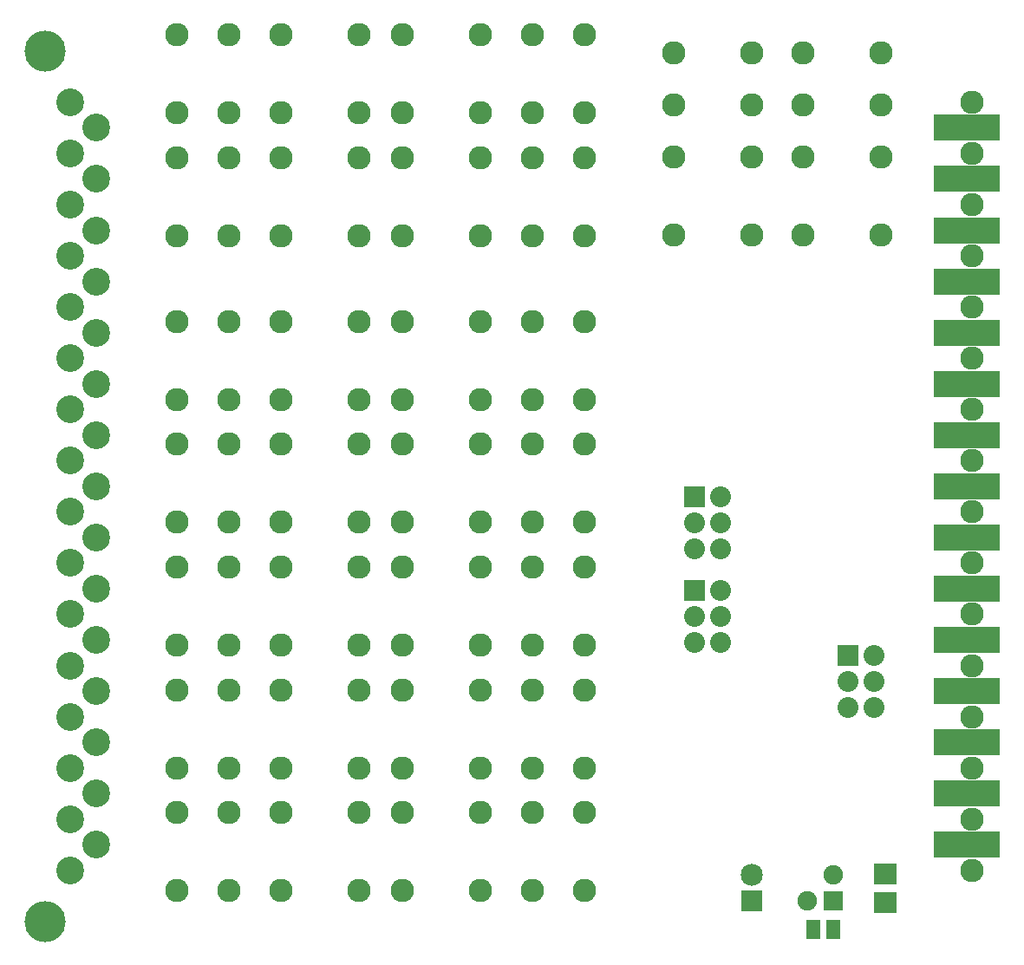
<source format=gbs>
G04 #@! TF.GenerationSoftware,KiCad,Pcbnew,(5.1.5)-3*
G04 #@! TF.CreationDate,2021-08-30T19:37:19+02:00*
G04 #@! TF.ProjectId,fsz,66737a2e-6b69-4636-9164-5f7063625858,0427 -*
G04 #@! TF.SameCoordinates,Original*
G04 #@! TF.FileFunction,Soldermask,Bot*
G04 #@! TF.FilePolarity,Negative*
%FSLAX46Y46*%
G04 Gerber Fmt 4.6, Leading zero omitted, Abs format (unit mm)*
G04 Created by KiCad (PCBNEW (5.1.5)-3) date 2021-08-30 19:37:19*
%MOMM*%
%LPD*%
G04 APERTURE LIST*
%ADD10R,1.397000X1.905000*%
%ADD11R,2.159000X2.159000*%
%ADD12C,2.159000*%
%ADD13R,2.311400X2.108200*%
%ADD14C,4.008120*%
%ADD15C,2.707640*%
%ADD16C,2.286000*%
%ADD17R,6.507480X2.506980*%
%ADD18R,2.032000X2.032000*%
%ADD19C,2.032000*%
%ADD20C,1.905000*%
%ADD21R,1.905000X1.905000*%
G04 APERTURE END LIST*
D10*
X146240500Y-144907000D03*
X148145500Y-144907000D03*
D11*
X140208000Y-142113000D03*
D12*
X140208000Y-139573000D03*
D13*
X153289000Y-142240000D03*
X153289000Y-139446000D03*
D14*
X71198740Y-144101820D03*
D15*
X73700640Y-64099440D03*
X73698100Y-104099360D03*
X73698100Y-109100620D03*
X73698100Y-119100600D03*
X73698100Y-114099340D03*
X73698100Y-134099300D03*
X73698100Y-139100560D03*
X73698100Y-129100580D03*
X73698100Y-124099320D03*
X73698100Y-84099400D03*
X73698100Y-89100660D03*
X73698100Y-99100640D03*
X73698100Y-94099380D03*
X73698100Y-74099420D03*
X73698100Y-79100680D03*
X73698100Y-69100700D03*
X76200000Y-66601340D03*
X76200000Y-76601320D03*
X76200000Y-71600060D03*
X76200000Y-91600020D03*
X76200000Y-96601280D03*
X76200000Y-86601300D03*
X76200000Y-81600040D03*
X76200000Y-121599960D03*
X76200000Y-126601220D03*
X76200000Y-136601200D03*
X76200000Y-131599940D03*
X76200000Y-111599980D03*
X76200000Y-116601240D03*
X76200000Y-106601260D03*
X76200000Y-101600000D03*
D14*
X71198740Y-59100720D03*
D16*
X161719260Y-139100560D03*
D17*
X161218880Y-136601200D03*
D16*
X161719260Y-134099300D03*
D17*
X161218880Y-131599940D03*
D16*
X161719260Y-129100580D03*
D17*
X161218880Y-126601220D03*
D16*
X161719260Y-124099320D03*
D17*
X161218880Y-121599960D03*
D16*
X161719260Y-119100600D03*
D17*
X161218880Y-116601240D03*
D16*
X161719260Y-114099340D03*
D17*
X161218880Y-111599980D03*
D16*
X161719260Y-109100620D03*
D17*
X161218880Y-106601260D03*
D16*
X161719260Y-104099360D03*
D17*
X161218880Y-101600000D03*
D16*
X161719260Y-99100640D03*
D17*
X161218880Y-96601280D03*
D16*
X161719260Y-94099380D03*
D17*
X161218880Y-91600020D03*
D16*
X161719260Y-89100660D03*
D17*
X161218880Y-86601300D03*
D16*
X161719260Y-84099400D03*
D17*
X161218880Y-81600040D03*
D16*
X161719260Y-79100680D03*
D17*
X161218880Y-76601320D03*
D16*
X161719260Y-74099420D03*
D17*
X161218880Y-71600060D03*
D16*
X161719260Y-69100700D03*
D17*
X161218880Y-66601340D03*
D16*
X161719260Y-64099440D03*
D18*
X149606000Y-118110000D03*
D19*
X152146000Y-118110000D03*
X149606000Y-120650000D03*
X152146000Y-120650000D03*
X149606000Y-123190000D03*
X152146000Y-123190000D03*
X137160000Y-107696000D03*
X134620000Y-107696000D03*
X137160000Y-105156000D03*
X134620000Y-105156000D03*
X137160000Y-102616000D03*
D18*
X134620000Y-102616000D03*
X134620000Y-111760000D03*
D19*
X137160000Y-111760000D03*
X134620000Y-114300000D03*
X137160000Y-114300000D03*
X134620000Y-116840000D03*
X137160000Y-116840000D03*
D16*
X123890000Y-133490000D03*
X118810000Y-133490000D03*
X113730000Y-133490000D03*
X123890000Y-141110000D03*
X118810000Y-141110000D03*
X113730000Y-141110000D03*
X106110000Y-133490000D03*
X106110000Y-141110000D03*
X84110000Y-141110000D03*
X89190000Y-141110000D03*
X94270000Y-141110000D03*
X84110000Y-133490000D03*
X89190000Y-133490000D03*
X94270000Y-133490000D03*
X101890000Y-141110000D03*
X101890000Y-133490000D03*
X101890000Y-121490000D03*
X101890000Y-129110000D03*
X94270000Y-121490000D03*
X89190000Y-121490000D03*
X84110000Y-121490000D03*
X94270000Y-129110000D03*
X89190000Y-129110000D03*
X84110000Y-129110000D03*
X101890000Y-109490000D03*
X101890000Y-117110000D03*
X94270000Y-109490000D03*
X89190000Y-109490000D03*
X84110000Y-109490000D03*
X94270000Y-117110000D03*
X89190000Y-117110000D03*
X84110000Y-117110000D03*
X123890000Y-109490000D03*
X118810000Y-109490000D03*
X113730000Y-109490000D03*
X123890000Y-117110000D03*
X118810000Y-117110000D03*
X113730000Y-117110000D03*
X106110000Y-109490000D03*
X106110000Y-117110000D03*
X101890000Y-97490000D03*
X101890000Y-105110000D03*
X94270000Y-97490000D03*
X89190000Y-97490000D03*
X84110000Y-97490000D03*
X94270000Y-105110000D03*
X89190000Y-105110000D03*
X84110000Y-105110000D03*
X106110000Y-105110000D03*
X106110000Y-97490000D03*
X113730000Y-105110000D03*
X118810000Y-105110000D03*
X123890000Y-105110000D03*
X113730000Y-97490000D03*
X118810000Y-97490000D03*
X123890000Y-97490000D03*
X123890000Y-121490000D03*
X118810000Y-121490000D03*
X113730000Y-121490000D03*
X123890000Y-129110000D03*
X118810000Y-129110000D03*
X113730000Y-129110000D03*
X106110000Y-121490000D03*
X106110000Y-129110000D03*
X84110000Y-93110000D03*
X89190000Y-93110000D03*
X94270000Y-93110000D03*
X84110000Y-85490000D03*
X89190000Y-85490000D03*
X94270000Y-85490000D03*
X101890000Y-93110000D03*
X101890000Y-85490000D03*
X106110000Y-93110000D03*
X106110000Y-85490000D03*
X113730000Y-93110000D03*
X118810000Y-93110000D03*
X123890000Y-93110000D03*
X113730000Y-85490000D03*
X118810000Y-85490000D03*
X123890000Y-85490000D03*
X152810000Y-77090000D03*
X145190000Y-77090000D03*
X152810000Y-69470000D03*
X152810000Y-64390000D03*
X152810000Y-59310000D03*
X145190000Y-69470000D03*
X145190000Y-64390000D03*
X145190000Y-59310000D03*
X140210000Y-77090000D03*
X132590000Y-77090000D03*
X140210000Y-69470000D03*
X140210000Y-64390000D03*
X140210000Y-59310000D03*
X132590000Y-69470000D03*
X132590000Y-64390000D03*
X132590000Y-59310000D03*
X84110000Y-77110000D03*
X89190000Y-77110000D03*
X94270000Y-77110000D03*
X84110000Y-69490000D03*
X89190000Y-69490000D03*
X94270000Y-69490000D03*
X101890000Y-77110000D03*
X101890000Y-69490000D03*
X106110000Y-77110000D03*
X106110000Y-69490000D03*
X113730000Y-77110000D03*
X118810000Y-77110000D03*
X123890000Y-77110000D03*
X113730000Y-69490000D03*
X118810000Y-69490000D03*
X123890000Y-69490000D03*
X84110000Y-65110000D03*
X89190000Y-65110000D03*
X94270000Y-65110000D03*
X84110000Y-57490000D03*
X89190000Y-57490000D03*
X94270000Y-57490000D03*
X101890000Y-65110000D03*
X101890000Y-57490000D03*
X123890000Y-57490000D03*
X118810000Y-57490000D03*
X113730000Y-57490000D03*
X123890000Y-65110000D03*
X118810000Y-65110000D03*
X113730000Y-65110000D03*
X106110000Y-57490000D03*
X106110000Y-65110000D03*
D20*
X145669000Y-142113000D03*
D21*
X148209000Y-142113000D03*
D20*
X148209000Y-139573000D03*
M02*

</source>
